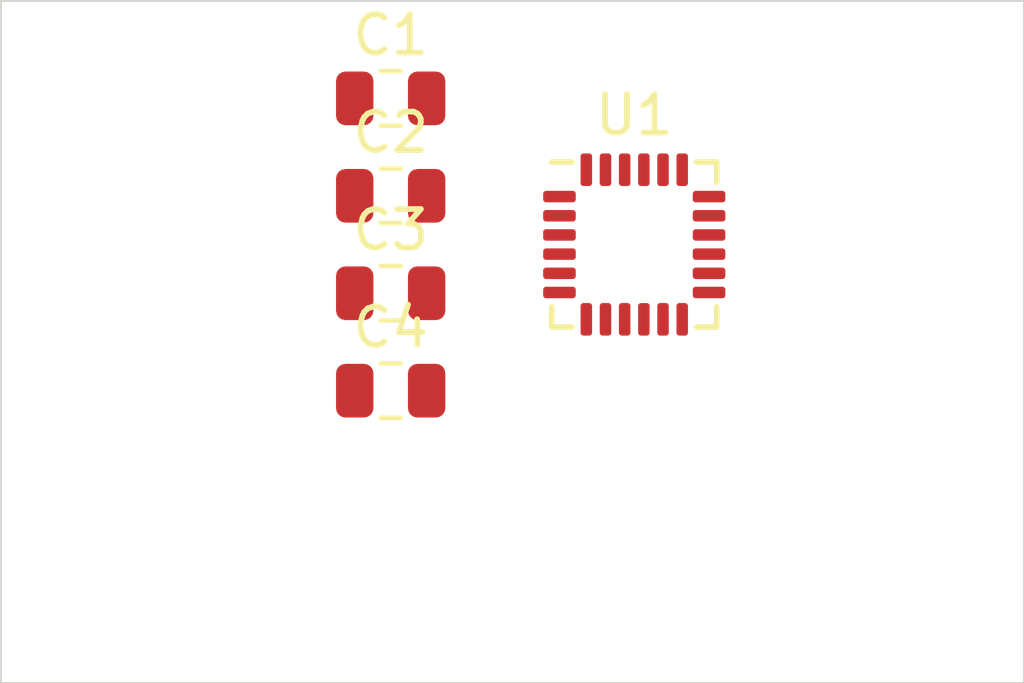
<source format=kicad_pcb>
(kicad_pcb (version 20171130) (host pcbnew 5.1.4-e60b266~84~ubuntu18.04.1)

  (general
    (thickness 1.6)
    (drawings 4)
    (tracks 0)
    (zones 0)
    (modules 5)
    (nets 6)
  )

  (page A4)
  (layers
    (0 F.Cu signal)
    (31 B.Cu signal)
    (32 B.Adhes user)
    (33 F.Adhes user)
    (34 B.Paste user)
    (35 F.Paste user)
    (36 B.SilkS user)
    (37 F.SilkS user)
    (38 B.Mask user)
    (39 F.Mask user)
    (40 Dwgs.User user)
    (41 Cmts.User user)
    (42 Eco1.User user)
    (43 Eco2.User user)
    (44 Edge.Cuts user)
    (45 Margin user)
    (46 B.CrtYd user)
    (47 F.CrtYd user)
    (48 B.Fab user)
    (49 F.Fab user)
  )

  (setup
    (last_trace_width 0.25)
    (trace_clearance 0.2)
    (zone_clearance 0.508)
    (zone_45_only no)
    (trace_min 0.2)
    (via_size 0.8)
    (via_drill 0.4)
    (via_min_size 0.4)
    (via_min_drill 0.3)
    (uvia_size 0.3)
    (uvia_drill 0.1)
    (uvias_allowed no)
    (uvia_min_size 0.2)
    (uvia_min_drill 0.1)
    (edge_width 0.05)
    (segment_width 0.2)
    (pcb_text_width 0.3)
    (pcb_text_size 1.5 1.5)
    (mod_edge_width 0.12)
    (mod_text_size 1 1)
    (mod_text_width 0.15)
    (pad_size 1.524 1.524)
    (pad_drill 0.762)
    (pad_to_mask_clearance 0.051)
    (solder_mask_min_width 0.25)
    (aux_axis_origin 0 0)
    (visible_elements FFFFFF7F)
    (pcbplotparams
      (layerselection 0x010fc_ffffffff)
      (usegerberextensions false)
      (usegerberattributes false)
      (usegerberadvancedattributes false)
      (creategerberjobfile false)
      (excludeedgelayer true)
      (linewidth 0.100000)
      (plotframeref false)
      (viasonmask false)
      (mode 1)
      (useauxorigin false)
      (hpglpennumber 1)
      (hpglpenspeed 20)
      (hpglpendiameter 15.000000)
      (psnegative false)
      (psa4output false)
      (plotreference true)
      (plotvalue true)
      (plotinvisibletext false)
      (padsonsilk false)
      (subtractmaskfromsilk false)
      (outputformat 1)
      (mirror false)
      (drillshape 1)
      (scaleselection 1)
      (outputdirectory ""))
  )

  (net 0 "")
  (net 1 "Net-(C1-Pad2)")
  (net 2 GND)
  (net 3 VDD)
  (net 4 "Net-(C3-Pad1)")
  (net 5 "Net-(C4-Pad2)")

  (net_class Default "This is the default net class."
    (clearance 0.2)
    (trace_width 0.25)
    (via_dia 0.8)
    (via_drill 0.4)
    (uvia_dia 0.3)
    (uvia_drill 0.1)
    (add_net GND)
    (add_net "Net-(C1-Pad2)")
    (add_net "Net-(C3-Pad1)")
    (add_net "Net-(C4-Pad2)")
    (add_net VDD)
  )

  (module Capacitor_SMD:C_0805_2012Metric (layer F.Cu) (tedit 5B36C52B) (tstamp 5E23E443)
    (at 123.19 100.33)
    (descr "Capacitor SMD 0805 (2012 Metric), square (rectangular) end terminal, IPC_7351 nominal, (Body size source: https://docs.google.com/spreadsheets/d/1BsfQQcO9C6DZCsRaXUlFlo91Tg2WpOkGARC1WS5S8t0/edit?usp=sharing), generated with kicad-footprint-generator")
    (tags capacitor)
    (path /5E268284)
    (attr smd)
    (fp_text reference C1 (at 0 -1.65) (layer F.SilkS)
      (effects (font (size 1 1) (thickness 0.15)))
    )
    (fp_text value 10nF (at 0 1.65) (layer F.Fab)
      (effects (font (size 1 1) (thickness 0.15)))
    )
    (fp_text user %R (at 0 0) (layer F.Fab)
      (effects (font (size 0.5 0.5) (thickness 0.08)))
    )
    (fp_line (start 1.68 0.95) (end -1.68 0.95) (layer F.CrtYd) (width 0.05))
    (fp_line (start 1.68 -0.95) (end 1.68 0.95) (layer F.CrtYd) (width 0.05))
    (fp_line (start -1.68 -0.95) (end 1.68 -0.95) (layer F.CrtYd) (width 0.05))
    (fp_line (start -1.68 0.95) (end -1.68 -0.95) (layer F.CrtYd) (width 0.05))
    (fp_line (start -0.258578 0.71) (end 0.258578 0.71) (layer F.SilkS) (width 0.12))
    (fp_line (start -0.258578 -0.71) (end 0.258578 -0.71) (layer F.SilkS) (width 0.12))
    (fp_line (start 1 0.6) (end -1 0.6) (layer F.Fab) (width 0.1))
    (fp_line (start 1 -0.6) (end 1 0.6) (layer F.Fab) (width 0.1))
    (fp_line (start -1 -0.6) (end 1 -0.6) (layer F.Fab) (width 0.1))
    (fp_line (start -1 0.6) (end -1 -0.6) (layer F.Fab) (width 0.1))
    (pad 2 smd roundrect (at 0.9375 0) (size 0.975 1.4) (layers F.Cu F.Paste F.Mask) (roundrect_rratio 0.25)
      (net 1 "Net-(C1-Pad2)"))
    (pad 1 smd roundrect (at -0.9375 0) (size 0.975 1.4) (layers F.Cu F.Paste F.Mask) (roundrect_rratio 0.25)
      (net 2 GND))
    (model ${KISYS3DMOD}/Capacitor_SMD.3dshapes/C_0805_2012Metric.wrl
      (at (xyz 0 0 0))
      (scale (xyz 1 1 1))
      (rotate (xyz 0 0 0))
    )
  )

  (module Capacitor_SMD:C_0805_2012Metric (layer F.Cu) (tedit 5B36C52B) (tstamp 5E23E6A4)
    (at 123.19 102.87)
    (descr "Capacitor SMD 0805 (2012 Metric), square (rectangular) end terminal, IPC_7351 nominal, (Body size source: https://docs.google.com/spreadsheets/d/1BsfQQcO9C6DZCsRaXUlFlo91Tg2WpOkGARC1WS5S8t0/edit?usp=sharing), generated with kicad-footprint-generator")
    (tags capacitor)
    (path /5E24CC68)
    (attr smd)
    (fp_text reference C2 (at 0 -1.65) (layer F.SilkS)
      (effects (font (size 1 1) (thickness 0.15)))
    )
    (fp_text value 0.1uF (at 0 1.65) (layer F.Fab)
      (effects (font (size 1 1) (thickness 0.15)))
    )
    (fp_text user %R (at 0 0) (layer F.Fab)
      (effects (font (size 0.5 0.5) (thickness 0.08)))
    )
    (fp_line (start 1.68 0.95) (end -1.68 0.95) (layer F.CrtYd) (width 0.05))
    (fp_line (start 1.68 -0.95) (end 1.68 0.95) (layer F.CrtYd) (width 0.05))
    (fp_line (start -1.68 -0.95) (end 1.68 -0.95) (layer F.CrtYd) (width 0.05))
    (fp_line (start -1.68 0.95) (end -1.68 -0.95) (layer F.CrtYd) (width 0.05))
    (fp_line (start -0.258578 0.71) (end 0.258578 0.71) (layer F.SilkS) (width 0.12))
    (fp_line (start -0.258578 -0.71) (end 0.258578 -0.71) (layer F.SilkS) (width 0.12))
    (fp_line (start 1 0.6) (end -1 0.6) (layer F.Fab) (width 0.1))
    (fp_line (start 1 -0.6) (end 1 0.6) (layer F.Fab) (width 0.1))
    (fp_line (start -1 -0.6) (end 1 -0.6) (layer F.Fab) (width 0.1))
    (fp_line (start -1 0.6) (end -1 -0.6) (layer F.Fab) (width 0.1))
    (pad 2 smd roundrect (at 0.9375 0) (size 0.975 1.4) (layers F.Cu F.Paste F.Mask) (roundrect_rratio 0.25)
      (net 3 VDD))
    (pad 1 smd roundrect (at -0.9375 0) (size 0.975 1.4) (layers F.Cu F.Paste F.Mask) (roundrect_rratio 0.25)
      (net 2 GND))
    (model ${KISYS3DMOD}/Capacitor_SMD.3dshapes/C_0805_2012Metric.wrl
      (at (xyz 0 0 0))
      (scale (xyz 1 1 1))
      (rotate (xyz 0 0 0))
    )
  )

  (module Capacitor_SMD:C_0805_2012Metric (layer F.Cu) (tedit 5B36C52B) (tstamp 5E23E465)
    (at 123.19 105.41)
    (descr "Capacitor SMD 0805 (2012 Metric), square (rectangular) end terminal, IPC_7351 nominal, (Body size source: https://docs.google.com/spreadsheets/d/1BsfQQcO9C6DZCsRaXUlFlo91Tg2WpOkGARC1WS5S8t0/edit?usp=sharing), generated with kicad-footprint-generator")
    (tags capacitor)
    (path /5E262D4C)
    (attr smd)
    (fp_text reference C3 (at 0 -1.65) (layer F.SilkS)
      (effects (font (size 1 1) (thickness 0.15)))
    )
    (fp_text value 0.1uF (at 0 1.65) (layer F.Fab)
      (effects (font (size 1 1) (thickness 0.15)))
    )
    (fp_line (start -1 0.6) (end -1 -0.6) (layer F.Fab) (width 0.1))
    (fp_line (start -1 -0.6) (end 1 -0.6) (layer F.Fab) (width 0.1))
    (fp_line (start 1 -0.6) (end 1 0.6) (layer F.Fab) (width 0.1))
    (fp_line (start 1 0.6) (end -1 0.6) (layer F.Fab) (width 0.1))
    (fp_line (start -0.258578 -0.71) (end 0.258578 -0.71) (layer F.SilkS) (width 0.12))
    (fp_line (start -0.258578 0.71) (end 0.258578 0.71) (layer F.SilkS) (width 0.12))
    (fp_line (start -1.68 0.95) (end -1.68 -0.95) (layer F.CrtYd) (width 0.05))
    (fp_line (start -1.68 -0.95) (end 1.68 -0.95) (layer F.CrtYd) (width 0.05))
    (fp_line (start 1.68 -0.95) (end 1.68 0.95) (layer F.CrtYd) (width 0.05))
    (fp_line (start 1.68 0.95) (end -1.68 0.95) (layer F.CrtYd) (width 0.05))
    (fp_text user %R (at 0 0) (layer F.Fab)
      (effects (font (size 0.5 0.5) (thickness 0.08)))
    )
    (pad 1 smd roundrect (at -0.9375 0) (size 0.975 1.4) (layers F.Cu F.Paste F.Mask) (roundrect_rratio 0.25)
      (net 4 "Net-(C3-Pad1)"))
    (pad 2 smd roundrect (at 0.9375 0) (size 0.975 1.4) (layers F.Cu F.Paste F.Mask) (roundrect_rratio 0.25)
      (net 2 GND))
    (model ${KISYS3DMOD}/Capacitor_SMD.3dshapes/C_0805_2012Metric.wrl
      (at (xyz 0 0 0))
      (scale (xyz 1 1 1))
      (rotate (xyz 0 0 0))
    )
  )

  (module Capacitor_SMD:C_0805_2012Metric (layer F.Cu) (tedit 5B36C52B) (tstamp 5E23EA83)
    (at 123.19 107.95)
    (descr "Capacitor SMD 0805 (2012 Metric), square (rectangular) end terminal, IPC_7351 nominal, (Body size source: https://docs.google.com/spreadsheets/d/1BsfQQcO9C6DZCsRaXUlFlo91Tg2WpOkGARC1WS5S8t0/edit?usp=sharing), generated with kicad-footprint-generator")
    (tags capacitor)
    (path /5E24EED7)
    (attr smd)
    (fp_text reference C4 (at 0 -1.65) (layer F.SilkS)
      (effects (font (size 1 1) (thickness 0.15)))
    )
    (fp_text value 2.2nF (at 0 1.65) (layer F.Fab)
      (effects (font (size 1 1) (thickness 0.15)))
    )
    (fp_line (start -1 0.6) (end -1 -0.6) (layer F.Fab) (width 0.1))
    (fp_line (start -1 -0.6) (end 1 -0.6) (layer F.Fab) (width 0.1))
    (fp_line (start 1 -0.6) (end 1 0.6) (layer F.Fab) (width 0.1))
    (fp_line (start 1 0.6) (end -1 0.6) (layer F.Fab) (width 0.1))
    (fp_line (start -0.258578 -0.71) (end 0.258578 -0.71) (layer F.SilkS) (width 0.12))
    (fp_line (start -0.258578 0.71) (end 0.258578 0.71) (layer F.SilkS) (width 0.12))
    (fp_line (start -1.68 0.95) (end -1.68 -0.95) (layer F.CrtYd) (width 0.05))
    (fp_line (start -1.68 -0.95) (end 1.68 -0.95) (layer F.CrtYd) (width 0.05))
    (fp_line (start 1.68 -0.95) (end 1.68 0.95) (layer F.CrtYd) (width 0.05))
    (fp_line (start 1.68 0.95) (end -1.68 0.95) (layer F.CrtYd) (width 0.05))
    (fp_text user %R (at 0 0) (layer F.Fab)
      (effects (font (size 0.5 0.5) (thickness 0.08)))
    )
    (pad 1 smd roundrect (at -0.9375 0) (size 0.975 1.4) (layers F.Cu F.Paste F.Mask) (roundrect_rratio 0.25)
      (net 2 GND))
    (pad 2 smd roundrect (at 0.9375 0) (size 0.975 1.4) (layers F.Cu F.Paste F.Mask) (roundrect_rratio 0.25)
      (net 5 "Net-(C4-Pad2)"))
    (model ${KISYS3DMOD}/Capacitor_SMD.3dshapes/C_0805_2012Metric.wrl
      (at (xyz 0 0 0))
      (scale (xyz 1 1 1))
      (rotate (xyz 0 0 0))
    )
  )

  (module Sensor_Motion:InvenSense_QFN-24_4x4mm_P0.5mm (layer F.Cu) (tedit 5B5A6D8E) (tstamp 5E23E4B5)
    (at 129.54 104.14)
    (descr "24-Lead Plastic QFN (4mm x 4mm); Pitch 0.5mm; EP 2.7x2.6mm; for InvenSense motion sensors; keepout area marked (Package see: https://store.invensense.com/datasheets/invensense/MPU-6050_DataSheet_V3%204.pdf; See also https://www.invensense.com/wp-content/uploads/2015/02/InvenSense-MEMS-Handling.pdf)")
    (tags "QFN 0.5")
    (path /5E24C0AA)
    (attr smd)
    (fp_text reference U1 (at 0 -3.375) (layer F.SilkS)
      (effects (font (size 1 1) (thickness 0.15)))
    )
    (fp_text value MPU-6050 (at 0 3.375) (layer F.Fab)
      (effects (font (size 1 1) (thickness 0.15)))
    )
    (fp_text user %R (at 0 0) (layer F.Fab)
      (effects (font (size 1 1) (thickness 0.15)))
    )
    (fp_line (start -1 -2) (end 2 -2) (layer F.Fab) (width 0.15))
    (fp_line (start 2 -2) (end 2 2) (layer F.Fab) (width 0.15))
    (fp_line (start 2 2) (end -2 2) (layer F.Fab) (width 0.15))
    (fp_line (start -2 2) (end -2 -1) (layer F.Fab) (width 0.15))
    (fp_line (start -2 -1) (end -1 -2) (layer F.Fab) (width 0.15))
    (fp_line (start -2.65 -2.65) (end -2.65 2.65) (layer F.CrtYd) (width 0.05))
    (fp_line (start 2.65 -2.65) (end 2.65 2.65) (layer F.CrtYd) (width 0.05))
    (fp_line (start -2.65 -2.65) (end 2.65 -2.65) (layer F.CrtYd) (width 0.05))
    (fp_line (start -2.65 2.65) (end 2.65 2.65) (layer F.CrtYd) (width 0.05))
    (fp_line (start 2.15 -2.15) (end 2.15 -1.625) (layer F.SilkS) (width 0.15))
    (fp_line (start -2.15 2.15) (end -2.15 1.625) (layer F.SilkS) (width 0.15))
    (fp_line (start 2.15 2.15) (end 2.15 1.625) (layer F.SilkS) (width 0.15))
    (fp_line (start -2.15 -2.15) (end -1.625 -2.15) (layer F.SilkS) (width 0.15))
    (fp_line (start -2.15 2.15) (end -1.625 2.15) (layer F.SilkS) (width 0.15))
    (fp_line (start 2.15 2.15) (end 1.625 2.15) (layer F.SilkS) (width 0.15))
    (fp_line (start 2.15 -2.15) (end 1.625 -2.15) (layer F.SilkS) (width 0.15))
    (fp_line (start 1.375 1.325) (end 1.375 -1.325) (layer Dwgs.User) (width 0.05))
    (fp_line (start -1.375 1.325) (end -1.375 -1.325) (layer Dwgs.User) (width 0.05))
    (fp_line (start 1.375 -1.325) (end -1.375 -1.325) (layer Dwgs.User) (width 0.05))
    (fp_line (start 1.375 1.325) (end -1.375 1.325) (layer Dwgs.User) (width 0.05))
    (fp_line (start 1.375 0.825) (end 0.875 1.325) (layer Dwgs.User) (width 0.05))
    (fp_line (start 1.375 0.325) (end 0.375 1.325) (layer Dwgs.User) (width 0.05))
    (fp_line (start 1.375 -0.175) (end -0.125 1.325) (layer Dwgs.User) (width 0.05))
    (fp_line (start 1.375 -0.675) (end -0.625 1.325) (layer Dwgs.User) (width 0.05))
    (fp_line (start 1.375 -1.175) (end -1.125 1.325) (layer Dwgs.User) (width 0.05))
    (fp_line (start 1.025 -1.325) (end -1.375 1.075) (layer Dwgs.User) (width 0.05))
    (fp_line (start 0.525 -1.325) (end -1.375 0.575) (layer Dwgs.User) (width 0.05))
    (fp_line (start 0.025 -1.325) (end -1.375 0.075) (layer Dwgs.User) (width 0.05))
    (fp_line (start -0.475 -1.325) (end -1.375 -0.425) (layer Dwgs.User) (width 0.05))
    (fp_line (start -0.975 -1.325) (end -1.375 -0.925) (layer Dwgs.User) (width 0.05))
    (fp_text user KEEPOUT (at 0 -0.5) (layer Cmts.User)
      (effects (font (size 0.2 0.2) (thickness 0.04)))
    )
    (fp_text user "No Copper" (at 0 -0.1) (layer Cmts.User)
      (effects (font (size 0.2 0.2) (thickness 0.04)))
    )
    (fp_text user "Directly Below" (at 0 0.25) (layer Cmts.User)
      (effects (font (size 0.2 0.2) (thickness 0.04)))
    )
    (fp_text user Component (at 0 0.55) (layer Cmts.User)
      (effects (font (size 0.2 0.2) (thickness 0.04)))
    )
    (pad 1 smd roundrect (at -1.95 -1.25) (size 0.85 0.3) (layers F.Cu F.Paste F.Mask) (roundrect_rratio 0.25))
    (pad 2 smd roundrect (at -1.95 -0.75) (size 0.85 0.3) (layers F.Cu F.Paste F.Mask) (roundrect_rratio 0.25))
    (pad 3 smd roundrect (at -1.95 -0.25) (size 0.85 0.3) (layers F.Cu F.Paste F.Mask) (roundrect_rratio 0.25))
    (pad 4 smd roundrect (at -1.95 0.25) (size 0.85 0.3) (layers F.Cu F.Paste F.Mask) (roundrect_rratio 0.25))
    (pad 5 smd roundrect (at -1.95 0.75) (size 0.85 0.3) (layers F.Cu F.Paste F.Mask) (roundrect_rratio 0.25))
    (pad 6 smd roundrect (at -1.95 1.25) (size 0.85 0.3) (layers F.Cu F.Paste F.Mask) (roundrect_rratio 0.25))
    (pad 7 smd roundrect (at -1.25 1.95 90) (size 0.85 0.3) (layers F.Cu F.Paste F.Mask) (roundrect_rratio 0.25))
    (pad 8 smd roundrect (at -0.75 1.95 90) (size 0.85 0.3) (layers F.Cu F.Paste F.Mask) (roundrect_rratio 0.25)
      (net 1 "Net-(C1-Pad2)"))
    (pad 9 smd roundrect (at -0.25 1.95 90) (size 0.85 0.3) (layers F.Cu F.Paste F.Mask) (roundrect_rratio 0.25))
    (pad 10 smd roundrect (at 0.25 1.95 90) (size 0.85 0.3) (layers F.Cu F.Paste F.Mask) (roundrect_rratio 0.25)
      (net 4 "Net-(C3-Pad1)"))
    (pad 11 smd roundrect (at 0.75 1.95 90) (size 0.85 0.3) (layers F.Cu F.Paste F.Mask) (roundrect_rratio 0.25))
    (pad 12 smd roundrect (at 1.25 1.95 90) (size 0.85 0.3) (layers F.Cu F.Paste F.Mask) (roundrect_rratio 0.25))
    (pad 13 smd roundrect (at 1.95 1.25) (size 0.85 0.3) (layers F.Cu F.Paste F.Mask) (roundrect_rratio 0.25)
      (net 3 VDD))
    (pad 14 smd roundrect (at 1.95 0.75) (size 0.85 0.3) (layers F.Cu F.Paste F.Mask) (roundrect_rratio 0.25))
    (pad 15 smd roundrect (at 1.95 0.25) (size 0.85 0.3) (layers F.Cu F.Paste F.Mask) (roundrect_rratio 0.25))
    (pad 16 smd roundrect (at 1.95 -0.25) (size 0.85 0.3) (layers F.Cu F.Paste F.Mask) (roundrect_rratio 0.25))
    (pad 17 smd roundrect (at 1.95 -0.75) (size 0.85 0.3) (layers F.Cu F.Paste F.Mask) (roundrect_rratio 0.25))
    (pad 18 smd roundrect (at 1.95 -1.25) (size 0.85 0.3) (layers F.Cu F.Paste F.Mask) (roundrect_rratio 0.25))
    (pad 19 smd roundrect (at 1.25 -1.95 90) (size 0.85 0.3) (layers F.Cu F.Paste F.Mask) (roundrect_rratio 0.25))
    (pad 20 smd roundrect (at 0.75 -1.95 90) (size 0.85 0.3) (layers F.Cu F.Paste F.Mask) (roundrect_rratio 0.25)
      (net 5 "Net-(C4-Pad2)"))
    (pad 21 smd roundrect (at 0.25 -1.95 90) (size 0.85 0.3) (layers F.Cu F.Paste F.Mask) (roundrect_rratio 0.25))
    (pad 22 smd roundrect (at -0.25 -1.95 90) (size 0.85 0.3) (layers F.Cu F.Paste F.Mask) (roundrect_rratio 0.25))
    (pad 23 smd roundrect (at -0.75 -1.95 90) (size 0.85 0.3) (layers F.Cu F.Paste F.Mask) (roundrect_rratio 0.25))
    (pad 24 smd roundrect (at -1.25 -1.95 90) (size 0.85 0.3) (layers F.Cu F.Paste F.Mask) (roundrect_rratio 0.25))
    (model ${KISYS3DMOD}/Package_DFN_QFN.3dshapes/QFN-24-1EP_4x4mm_P0.5mm_EP2.7x2.6mm.wrl
      (at (xyz 0 0 0))
      (scale (xyz 1 1 1))
      (rotate (xyz 0 0 0))
    )
  )

  (gr_line (start 113.03 115.57) (end 139.7 115.57) (layer Edge.Cuts) (width 0.05) (tstamp 5E23E73B))
  (gr_line (start 113.03 97.79) (end 113.03 115.57) (layer Edge.Cuts) (width 0.05))
  (gr_line (start 139.7 97.79) (end 113.03 97.79) (layer Edge.Cuts) (width 0.05))
  (gr_line (start 139.7 115.57) (end 139.7 97.79) (layer Edge.Cuts) (width 0.05))

)

</source>
